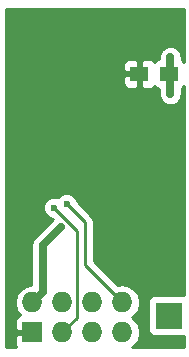
<source format=gtl>
G04 #@! TF.FileFunction,Copper,L1,Top,Signal*
%FSLAX46Y46*%
G04 Gerber Fmt 4.6, Leading zero omitted, Abs format (unit mm)*
G04 Created by KiCad (PCBNEW 0.201604300946+6716~44~ubuntu16.04.1-product) date tir 03 maj 2016 17:56:38 CEST*
%MOMM*%
%LPD*%
G01*
G04 APERTURE LIST*
%ADD10C,0.100000*%
%ADD11R,1.727200X1.727200*%
%ADD12O,1.727200X1.727200*%
%ADD13R,1.500000X1.250000*%
%ADD14R,2.235200X2.235200*%
%ADD15C,0.600000*%
%ADD16C,0.254000*%
%ADD17C,0.635000*%
G04 APERTURE END LIST*
D10*
D11*
X19658000Y-42960000D03*
D12*
X19658000Y-40420000D03*
X22198000Y-42960000D03*
X22198000Y-40420000D03*
X24738000Y-42960000D03*
X24738000Y-40420000D03*
X27278000Y-42960000D03*
X27278000Y-40420000D03*
D13*
X31220400Y-21065200D03*
X28720400Y-21065200D03*
D14*
X31189600Y-41537600D03*
D15*
X21486800Y-32393600D03*
X31342000Y-22792400D03*
X22096400Y-34019200D03*
X31342000Y-19642800D03*
X30021200Y-34019200D03*
X22553600Y-32088800D03*
D16*
X22198000Y-42960000D02*
X23442601Y-41715399D01*
X23442601Y-34349401D02*
X21486800Y-32393600D01*
X23442601Y-41715399D02*
X23442601Y-34349401D01*
D17*
X31342000Y-22792400D02*
X31342000Y-21186800D01*
X31342000Y-21186800D02*
X31220400Y-21065200D01*
X20521599Y-35594001D02*
X22096400Y-34019200D01*
X19658000Y-40420000D02*
X20521599Y-39556401D01*
X20521599Y-39556401D02*
X20521599Y-35594001D01*
X31342000Y-19642800D02*
X31342000Y-20943600D01*
X31342000Y-20943600D02*
X31220400Y-21065200D01*
D16*
X22553600Y-32088800D02*
X24077600Y-33612800D01*
X24077600Y-33612800D02*
X24077600Y-37219600D01*
X24077600Y-37219600D02*
X26262000Y-39404000D01*
X26262000Y-39404000D02*
X27278000Y-40420000D01*
G36*
X32460800Y-20029646D02*
X32434490Y-19988759D01*
X32294500Y-19893108D01*
X32294500Y-19642800D01*
X32277077Y-19555209D01*
X32277162Y-19457633D01*
X32239572Y-19366657D01*
X32221995Y-19278294D01*
X32172379Y-19204039D01*
X32135117Y-19113857D01*
X32065572Y-19044190D01*
X32015519Y-18969281D01*
X31941264Y-18919665D01*
X31872327Y-18850608D01*
X31781416Y-18812858D01*
X31706506Y-18762805D01*
X31618917Y-18745382D01*
X31528799Y-18707962D01*
X31430362Y-18707876D01*
X31342000Y-18690300D01*
X31254409Y-18707723D01*
X31156833Y-18707638D01*
X31065857Y-18745228D01*
X30977494Y-18762805D01*
X30903239Y-18812421D01*
X30813057Y-18849683D01*
X30743390Y-18919228D01*
X30668481Y-18969281D01*
X30618865Y-19043536D01*
X30549808Y-19112473D01*
X30512058Y-19203384D01*
X30462005Y-19278294D01*
X30444582Y-19365883D01*
X30407162Y-19456001D01*
X30407076Y-19554438D01*
X30389500Y-19642800D01*
X30389500Y-19807982D01*
X30235083Y-19837038D01*
X30018959Y-19976110D01*
X29972431Y-20044206D01*
X29830098Y-19901873D01*
X29596709Y-19805200D01*
X29006150Y-19805200D01*
X28847400Y-19963950D01*
X28847400Y-20938200D01*
X28867400Y-20938200D01*
X28867400Y-21192200D01*
X28847400Y-21192200D01*
X28847400Y-22166450D01*
X29006150Y-22325200D01*
X29596709Y-22325200D01*
X29830098Y-22228527D01*
X29971336Y-22087290D01*
X30006310Y-22141641D01*
X30218510Y-22286631D01*
X30389500Y-22321257D01*
X30389500Y-22792400D01*
X30406923Y-22879991D01*
X30406838Y-22977567D01*
X30444428Y-23068543D01*
X30462005Y-23156906D01*
X30511621Y-23231161D01*
X30548883Y-23321343D01*
X30618428Y-23391010D01*
X30668481Y-23465919D01*
X30742736Y-23515535D01*
X30811673Y-23584592D01*
X30902584Y-23622342D01*
X30977494Y-23672395D01*
X31065083Y-23689818D01*
X31155201Y-23727238D01*
X31253638Y-23727324D01*
X31342000Y-23744900D01*
X31429591Y-23727477D01*
X31527167Y-23727562D01*
X31618143Y-23689972D01*
X31706506Y-23672395D01*
X31780761Y-23622779D01*
X31870943Y-23585517D01*
X31940610Y-23515972D01*
X32015519Y-23465919D01*
X32065135Y-23391664D01*
X32134192Y-23322727D01*
X32171942Y-23231816D01*
X32221995Y-23156906D01*
X32239418Y-23069317D01*
X32276838Y-22979199D01*
X32276924Y-22880762D01*
X32294500Y-22792400D01*
X32294500Y-22236232D01*
X32421841Y-22154290D01*
X32460800Y-22097272D01*
X32460800Y-39803665D01*
X32307200Y-39772560D01*
X30072000Y-39772560D01*
X29836683Y-39816838D01*
X29620559Y-39955910D01*
X29475569Y-40168110D01*
X29424560Y-40420000D01*
X29424560Y-42655200D01*
X29468838Y-42890517D01*
X29607910Y-43106641D01*
X29820110Y-43251631D01*
X30072000Y-43302640D01*
X32307200Y-43302640D01*
X32460800Y-43273738D01*
X32460800Y-44190000D01*
X28126692Y-44190000D01*
X28337670Y-44049029D01*
X28662526Y-43562848D01*
X28776600Y-42989359D01*
X28776600Y-42930641D01*
X28662526Y-42357152D01*
X28337670Y-41870971D01*
X28066828Y-41690000D01*
X28337670Y-41509029D01*
X28662526Y-41022848D01*
X28776600Y-40449359D01*
X28776600Y-40390641D01*
X28662526Y-39817152D01*
X28337670Y-39330971D01*
X27851489Y-39006115D01*
X27278000Y-38892041D01*
X26902385Y-38966755D01*
X24839600Y-36903970D01*
X24839600Y-33612800D01*
X24781596Y-33321195D01*
X24718044Y-33226083D01*
X24616415Y-33073984D01*
X23488725Y-31946295D01*
X23488762Y-31903633D01*
X23346717Y-31559857D01*
X23083927Y-31296608D01*
X22740399Y-31153962D01*
X22368433Y-31153638D01*
X22024657Y-31295683D01*
X21806155Y-31513804D01*
X21673599Y-31458762D01*
X21301633Y-31458438D01*
X20957857Y-31600483D01*
X20694608Y-31863273D01*
X20551962Y-32206801D01*
X20551638Y-32578767D01*
X20693683Y-32922543D01*
X20956473Y-33185792D01*
X21300001Y-33328438D01*
X21344046Y-33328476D01*
X21392066Y-33376496D01*
X19848080Y-34920482D01*
X19641604Y-35229495D01*
X19569099Y-35594001D01*
X19569099Y-38909724D01*
X19084511Y-39006115D01*
X18598330Y-39330971D01*
X18273474Y-39817152D01*
X18159400Y-40390641D01*
X18159400Y-40449359D01*
X18273474Y-41022848D01*
X18588526Y-41494356D01*
X18434701Y-41558073D01*
X18256073Y-41736702D01*
X18159400Y-41970091D01*
X18159400Y-42674250D01*
X18318150Y-42833000D01*
X19531000Y-42833000D01*
X19531000Y-42813000D01*
X19785000Y-42813000D01*
X19785000Y-42833000D01*
X19805000Y-42833000D01*
X19805000Y-43087000D01*
X19785000Y-43087000D01*
X19785000Y-43107000D01*
X19531000Y-43107000D01*
X19531000Y-43087000D01*
X18318150Y-43087000D01*
X18159400Y-43245750D01*
X18159400Y-43949909D01*
X18256073Y-44183298D01*
X18262775Y-44190000D01*
X17421600Y-44190000D01*
X17421600Y-21350950D01*
X27335400Y-21350950D01*
X27335400Y-21816510D01*
X27432073Y-22049899D01*
X27610702Y-22228527D01*
X27844091Y-22325200D01*
X28434650Y-22325200D01*
X28593400Y-22166450D01*
X28593400Y-21192200D01*
X27494150Y-21192200D01*
X27335400Y-21350950D01*
X17421600Y-21350950D01*
X17421600Y-20313890D01*
X27335400Y-20313890D01*
X27335400Y-20779450D01*
X27494150Y-20938200D01*
X28593400Y-20938200D01*
X28593400Y-19963950D01*
X28434650Y-19805200D01*
X27844091Y-19805200D01*
X27610702Y-19901873D01*
X27432073Y-20080501D01*
X27335400Y-20313890D01*
X17421600Y-20313890D01*
X17421600Y-15610000D01*
X32460800Y-15610000D01*
X32460800Y-20029646D01*
X32460800Y-20029646D01*
G37*
X32460800Y-20029646D02*
X32434490Y-19988759D01*
X32294500Y-19893108D01*
X32294500Y-19642800D01*
X32277077Y-19555209D01*
X32277162Y-19457633D01*
X32239572Y-19366657D01*
X32221995Y-19278294D01*
X32172379Y-19204039D01*
X32135117Y-19113857D01*
X32065572Y-19044190D01*
X32015519Y-18969281D01*
X31941264Y-18919665D01*
X31872327Y-18850608D01*
X31781416Y-18812858D01*
X31706506Y-18762805D01*
X31618917Y-18745382D01*
X31528799Y-18707962D01*
X31430362Y-18707876D01*
X31342000Y-18690300D01*
X31254409Y-18707723D01*
X31156833Y-18707638D01*
X31065857Y-18745228D01*
X30977494Y-18762805D01*
X30903239Y-18812421D01*
X30813057Y-18849683D01*
X30743390Y-18919228D01*
X30668481Y-18969281D01*
X30618865Y-19043536D01*
X30549808Y-19112473D01*
X30512058Y-19203384D01*
X30462005Y-19278294D01*
X30444582Y-19365883D01*
X30407162Y-19456001D01*
X30407076Y-19554438D01*
X30389500Y-19642800D01*
X30389500Y-19807982D01*
X30235083Y-19837038D01*
X30018959Y-19976110D01*
X29972431Y-20044206D01*
X29830098Y-19901873D01*
X29596709Y-19805200D01*
X29006150Y-19805200D01*
X28847400Y-19963950D01*
X28847400Y-20938200D01*
X28867400Y-20938200D01*
X28867400Y-21192200D01*
X28847400Y-21192200D01*
X28847400Y-22166450D01*
X29006150Y-22325200D01*
X29596709Y-22325200D01*
X29830098Y-22228527D01*
X29971336Y-22087290D01*
X30006310Y-22141641D01*
X30218510Y-22286631D01*
X30389500Y-22321257D01*
X30389500Y-22792400D01*
X30406923Y-22879991D01*
X30406838Y-22977567D01*
X30444428Y-23068543D01*
X30462005Y-23156906D01*
X30511621Y-23231161D01*
X30548883Y-23321343D01*
X30618428Y-23391010D01*
X30668481Y-23465919D01*
X30742736Y-23515535D01*
X30811673Y-23584592D01*
X30902584Y-23622342D01*
X30977494Y-23672395D01*
X31065083Y-23689818D01*
X31155201Y-23727238D01*
X31253638Y-23727324D01*
X31342000Y-23744900D01*
X31429591Y-23727477D01*
X31527167Y-23727562D01*
X31618143Y-23689972D01*
X31706506Y-23672395D01*
X31780761Y-23622779D01*
X31870943Y-23585517D01*
X31940610Y-23515972D01*
X32015519Y-23465919D01*
X32065135Y-23391664D01*
X32134192Y-23322727D01*
X32171942Y-23231816D01*
X32221995Y-23156906D01*
X32239418Y-23069317D01*
X32276838Y-22979199D01*
X32276924Y-22880762D01*
X32294500Y-22792400D01*
X32294500Y-22236232D01*
X32421841Y-22154290D01*
X32460800Y-22097272D01*
X32460800Y-39803665D01*
X32307200Y-39772560D01*
X30072000Y-39772560D01*
X29836683Y-39816838D01*
X29620559Y-39955910D01*
X29475569Y-40168110D01*
X29424560Y-40420000D01*
X29424560Y-42655200D01*
X29468838Y-42890517D01*
X29607910Y-43106641D01*
X29820110Y-43251631D01*
X30072000Y-43302640D01*
X32307200Y-43302640D01*
X32460800Y-43273738D01*
X32460800Y-44190000D01*
X28126692Y-44190000D01*
X28337670Y-44049029D01*
X28662526Y-43562848D01*
X28776600Y-42989359D01*
X28776600Y-42930641D01*
X28662526Y-42357152D01*
X28337670Y-41870971D01*
X28066828Y-41690000D01*
X28337670Y-41509029D01*
X28662526Y-41022848D01*
X28776600Y-40449359D01*
X28776600Y-40390641D01*
X28662526Y-39817152D01*
X28337670Y-39330971D01*
X27851489Y-39006115D01*
X27278000Y-38892041D01*
X26902385Y-38966755D01*
X24839600Y-36903970D01*
X24839600Y-33612800D01*
X24781596Y-33321195D01*
X24718044Y-33226083D01*
X24616415Y-33073984D01*
X23488725Y-31946295D01*
X23488762Y-31903633D01*
X23346717Y-31559857D01*
X23083927Y-31296608D01*
X22740399Y-31153962D01*
X22368433Y-31153638D01*
X22024657Y-31295683D01*
X21806155Y-31513804D01*
X21673599Y-31458762D01*
X21301633Y-31458438D01*
X20957857Y-31600483D01*
X20694608Y-31863273D01*
X20551962Y-32206801D01*
X20551638Y-32578767D01*
X20693683Y-32922543D01*
X20956473Y-33185792D01*
X21300001Y-33328438D01*
X21344046Y-33328476D01*
X21392066Y-33376496D01*
X19848080Y-34920482D01*
X19641604Y-35229495D01*
X19569099Y-35594001D01*
X19569099Y-38909724D01*
X19084511Y-39006115D01*
X18598330Y-39330971D01*
X18273474Y-39817152D01*
X18159400Y-40390641D01*
X18159400Y-40449359D01*
X18273474Y-41022848D01*
X18588526Y-41494356D01*
X18434701Y-41558073D01*
X18256073Y-41736702D01*
X18159400Y-41970091D01*
X18159400Y-42674250D01*
X18318150Y-42833000D01*
X19531000Y-42833000D01*
X19531000Y-42813000D01*
X19785000Y-42813000D01*
X19785000Y-42833000D01*
X19805000Y-42833000D01*
X19805000Y-43087000D01*
X19785000Y-43087000D01*
X19785000Y-43107000D01*
X19531000Y-43107000D01*
X19531000Y-43087000D01*
X18318150Y-43087000D01*
X18159400Y-43245750D01*
X18159400Y-43949909D01*
X18256073Y-44183298D01*
X18262775Y-44190000D01*
X17421600Y-44190000D01*
X17421600Y-21350950D01*
X27335400Y-21350950D01*
X27335400Y-21816510D01*
X27432073Y-22049899D01*
X27610702Y-22228527D01*
X27844091Y-22325200D01*
X28434650Y-22325200D01*
X28593400Y-22166450D01*
X28593400Y-21192200D01*
X27494150Y-21192200D01*
X27335400Y-21350950D01*
X17421600Y-21350950D01*
X17421600Y-20313890D01*
X27335400Y-20313890D01*
X27335400Y-20779450D01*
X27494150Y-20938200D01*
X28593400Y-20938200D01*
X28593400Y-19963950D01*
X28434650Y-19805200D01*
X27844091Y-19805200D01*
X27610702Y-19901873D01*
X27432073Y-20080501D01*
X27335400Y-20313890D01*
X17421600Y-20313890D01*
X17421600Y-15610000D01*
X32460800Y-15610000D01*
X32460800Y-20029646D01*
M02*

</source>
